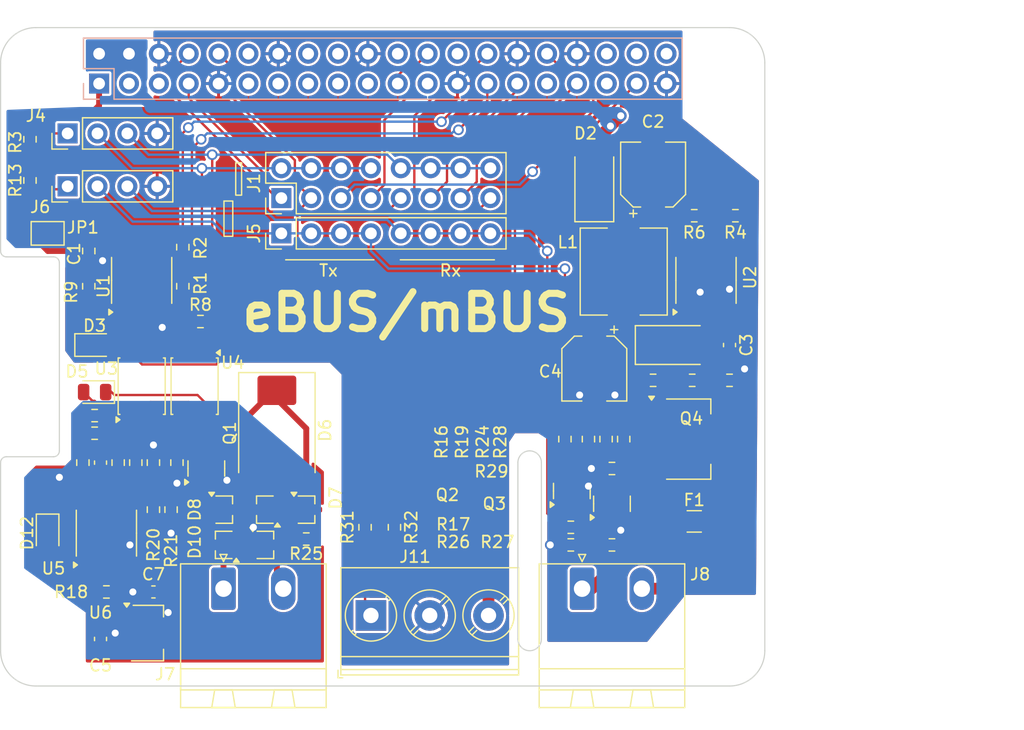
<source format=kicad_pcb>
(kicad_pcb (version 20240108) (generator "pcbnew") (generator_version "8.0")
  (title_block (date "15 nov 2012"))
  (layers (0 "F.Cu" signal) (31 "B.Cu" signal) (34 "B.Paste" user) (35 "F.Paste" user) (36 "B.SilkS" user "B.Silkscreen") (37 "F.SilkS" user "F.Silkscreen") (38 "B.Mask" user) (39 "F.Mask" user) (44 "Edge.Cuts" user))
  (net 0 "")
  (net 1 "GND")
  (net 2 "/GPIO2{slash}SDA1")
  (net 3 "/GPIO3{slash}SCL1")
  (net 4 "/GPIO4{slash}GPCLK0")
  (net 5 "/GPIO14{slash}TXD0")
  (net 6 "/GPIO15{slash}RXD0")
  (net 7 "/GPIO17")
  (net 8 "/GPIO18{slash}PCM.CLK")
  (net 9 "/GPIO27")
  (net 10 "/GPIO22")
  (net 11 "/GPIO23")
  (net 12 "/GPIO24")
  (net 13 "/GPIO10{slash}SPI0.MOSI")
  (net 14 "/GPIO9{slash}SPI0.MISO")
  (net 15 "/GPIO25")
  (net 16 "/GPIO11{slash}SPI0.SCLK")
  (net 17 "/GPIO8{slash}SPI0.CE0")
  (net 18 "/GPIO7{slash}SPI0.CE1")
  (net 19 "/ID_SDA")
  (net 20 "/ID_SCL")
  (net 21 "/GPIO5")
  (net 22 "/GPIO6")
  (net 23 "/GPIO12{slash}PWM0")
  (net 24 "/GPIO13{slash}PWM1")
  (net 25 "/GPIO19{slash}PCM.FS")
  (net 26 "/GPIO16")
  (net 27 "/GPIO26")
  (net 28 "/GPIO20{slash}PCM.DIN")
  (net 29 "/GPIO21{slash}PCM.DOUT")
  (net 30 "+5V")
  (net 31 "+3V3")
  (net 32 "Net-(U2-TC)")
  (net 33 "I_GND")
  (net 34 "Net-(U6-IN)")
  (net 35 "Net-(D6-A)")
  (net 36 "Net-(D3-K)")
  (net 37 "Net-(D3-A)")
  (net 38 "Net-(D4-K)")
  (net 39 "Net-(D5-A)")
  (net 40 "Net-(D7-K)")
  (net 43 "Net-(J1-Pin_2)")
  (net 44 "VCC")
  (net 46 "Net-(J4-Pin_1)")
  (net 47 "Net-(JP1-A)")
  (net 48 "Net-(U2-Ipk)")
  (net 49 "Net-(Q1-B)")
  (net 50 "Net-(Q2-C)")
  (net 51 "Net-(Q2-B)")
  (net 52 "Net-(Q3-C)")
  (net 53 "Net-(Q3-B)")
  (net 54 "Net-(U2-Vfb)")
  (net 55 "Net-(U2-DC)")
  (net 56 "Net-(D12-K)")
  (net 57 "Net-(J8-Pin_1)")
  (net 58 "Net-(J5-Pin_5)")
  (net 59 "Net-(U5A--)")
  (net 60 "Net-(U5A-+)")
  (net 61 "Net-(U5B--)")
  (net 65 "Net-(U3-Pad2)")
  (net 66 "Net-(J5-Pin_1)")
  (net 67 "Net-(D4-A)")
  (net 68 "Net-(D5-K)")
  (net 69 "Net-(D6-K)")
  (net 70 "Net-(J8-Pin_2)")
  (net 71 "Net-(D10-K)")
  (net 74 "Net-(D11-K)")
  (net 75 "Net-(J6-Pin_1)")
  (net 76 "Net-(R10-Pad1)")
  (net 77 "Net-(R8-Pad2)")
  (net 78 "Net-(R11-Pad2)")
  (net 79 "Net-(D2-K)")
  (net 80 "Net-(J11-Pin_1)")
  (footprint "Package_SO:SO-4_4.4x3.6mm_P2.54mm" (layer "F.Cu") (at 116.5 74.5 -90)
    (property "Reference" "U4")
    (property "Value" "LTV-357T")
  )
  (footprint "Resistor_SMD:R_0603_1608Metric" (layer "F.Cu") (at 107.5 66 -90)
    (property "Reference" "R9")
    (property "Value" "1k")
  )
  (footprint "Resistor_SMD:R_0603_1608Metric" (layer "F.Cu") (at 152 81.5 180)
    (property "Reference" "R29")
    (property "Value" "82")
  )
  (footprint "Resistor_SMD:R_0603_1608Metric" (layer "F.Cu") (at 110 81 -90)
    (property "Reference" "R15" (hide yes))
    (property "Value" "10k")
  )
  (footprint "Connector_PinHeader_2.54mm:PinHeader_1x08_P2.54mm_Vertical" (layer "F.Cu") (at 123.88 61.5 90)
    (property "Reference" "J5")
    (property "Value" "Conn_01x08")
  )
  (footprint "MountingHole:MountingHole_2.7mm_M2.5" (layer "F.Cu") (at 161.5 47.5)
    (property "Reference" "MH2" (hide yes))
    (property "Value" "MountingHole_2.7mm_M2.5" (hide yes))
  )
  (footprint "Package_SO:SOIC-8_3.9x4.9mm_P1.27mm" (layer "F.Cu") (at 160 65.5 90)
    (property "Reference" "U2")
    (property "Value" "MC34063AD")
  )
  (footprint "Connector_PinHeader_2.54mm:PinHeader_1x04_P2.54mm_Vertical" (layer "F.Cu") (at 105.7 53 90)
    (property "Reference" "J4")
    (property "Value" "Conn_01x04")
  )
  (footprint "Package_TO_SOT_SMD:SOT-23" (layer "F.Cu") (at 148.5875 83.4125 90)
    (property "Reference" "Q2")
    (property "Value" "BC817")
  )
  (footprint "Resistor_SMD:R_0603_1608Metric" (layer "F.Cu") (at 155.5 74 180)
    (property "Reference" "R10" (hide yes))
    (property "Value" "22k")
  )
  (footprint "Resistor_SMD:R_0603_1608Metric" (layer "F.Cu") (at 107 81 90)
    (property "Reference" "R30" (hide yes))
    (property "Value" "1k")
  )
  (footprint "LED_SMD:LED_0805_2012Metric" (layer "F.Cu") (at 108 71)
    (property "Reference" "D3")
    (property "Value" "LED")
  )
  (footprint "Resistor_SMD:R_0603_1608Metric" (layer "F.Cu") (at 115 81 -90)
    (property "Reference" "R14" (hide yes))
    (property "Value" "220R")
  )
  (footprint "Resistor_SMD:R_0603_1608Metric" (layer "F.Cu") (at 148.5 88 180)
    (property "Reference" "R26")
    (property "Value" "3k3")
  )
  (footprint "Package_TO_SOT_SMD:SOT-223-3_TabPin2" (layer "F.Cu") (at 158.5 79)
    (property "Reference" "Q4")
    (property "Value" "BCP51")
  )
  (footprint "Resistor_SMD:R_0603_1608Metric" (layer "F.Cu") (at 153 79 90)
    (property "Reference" "R28")
    (property "Value" "220k")
  )
  (footprint "Diode_SMD:D_SMA" (layer "F.Cu") (at 157.5 71)
    (property "Reference" "D4" (hide yes))
    (property "Value" "D_Schottky")
  )
  (footprint "Connector_PinHeader_2.54mm:PinHeader_2x08_P2.54mm_Vertical" (layer "F.Cu") (at 123.88 58.5 90)
    (property "Reference" "J1")
    (property "Value" "Conn_02x08_Odd_Even")
  )
  (footprint "Resistor_SMD:R_0603_1608Metric" (layer "F.Cu") (at 158.825 74 180)
    (property "Reference" "R7" (hide yes))
    (property "Value" "100k")
  )
  (footprint "Package_SO:SOIC-8_3.9x4.9mm_P1.27mm" (layer "F.Cu") (at 112 65.5 90)
    (property "Reference" "U1")
    (property "Value" "CAT24C256")
  )
  (footprint "Package_TO_SOT_SMD:SOT-23" (layer "F.Cu") (at 117.5 81.5 90)
    (property "Reference" "Q1")
    (property "Value" "BC817")
  )
  (footprint "Capacitor_SMD:CP_Elec_5x5.7" (layer "F.Cu") (at 150.5 73 -90)
    (property "Reference" "C4")
    (property "Value" "47U/50V")
  )
  (footprint "Package_TO_SOT_SMD:SOT-323_SC-70" (layer "F.Cu") (at 122.5 88)
    (property "Reference" "D11" (hide yes))
    (property "Value" "BAS16W")
  )
  (footprint "Resistor_SMD:R_0603_1608Metric" (layer "F.Cu") (at 148.5 86.5)
    (property "Reference" "R17")
    (property "Value" "1k")
  )
  (footprint "Capacitor_SMD:C_0603_1608Metric" (layer "F.Cu") (at 108.5 96 90)
    (property "Reference" "C5")
    (property "Value" "1U/35V")
  )
  (footprint "Package_TO_SOT_SMD:SOT-323_SC-70" (layer "F.Cu") (at 122.5 85 180)
    (property "Reference" "D9" (hide yes))
    (property "Value" "BAS16W")
  )
  (footprint "Fuse:Fuse_1206_3216Metric" (layer "F.Cu") (at 159 86)
    (property "Reference" "F1")
    (property "Value" "Fuse")
  )
  (footprint "Resistor_SMD:R_0603_1608Metric" (layer "F.Cu") (at 131 86.5 -90)
    (property "Reference" "R31")
    (property "Value" "DNP")
  )
  (footprint "LED_SMD:LED_0805_2012Metric" (layer "F.Cu") (at 104 87.0625 -90)
    (property "Reference" "D12")
    (property "Value" "LED")
  )
  (footprint "Resistor_SMD:R_0603_1608Metric" (layer "F.Cu") (at 111.5 81 -90)
    (property "Reference" "R22" (hide yes))
    (property "Value" "100k")
  )
  (footprint "Package_TO_SOT_SMD:SOT-89-3" (layer "F.Cu") (at 112.5 95.5)
    (property "Reference" "U6")
    (property "Value" "L78L05_SOT89")
  )
  (footprint "Connector_Phoenix_MSTB:PhoenixContact_MSTBA_2,5_2-G-5,08_1x02_P5.08mm_Horizontal" (layer "F.Cu") (at 149.46 91.7225)
    (property "Reference" "J8")
    (property "Value" "Conn_01x02")
  )
  (footprint "Resistor_SMD:R_0603_1608Metric" (layer "F.Cu") (at 159 60 180)
    (property "Reference" "R6")
    (property "Value" "180R")
  )
  (footprint "Jumper:SolderJumper-2_P1.3mm_Open_TrianglePad1.0x1.5mm" (layer "F.Cu") (at 104 61.5 180)
    (property "Reference" "JP1")
    (property "Value" "ID_WP")
  )
  (footprint "Connector_Phoenix_MSTB:PhoenixContact_MSTBA_2,5_2-G-5,08_1x02_P5.08mm_Horizontal" (layer "F.Cu") (at 118.96 91.7225)
    (property "Reference" "J7")
    (property "Value" "Conn_01x02")
  )
  (footprint "Resistor_SMD:R_0603_1608Metric" (layer "F.Cu") (at 113 81 90)
    (property "Reference" "R23" (hide yes))
    (property "Value" "22k")
  )
  (footprint "Resistor_SMD:R_0603_1608Metric" (layer "F.Cu") (at 150 79 -90)
    (property "Reference" "R24")
    (property "Value" "22k")
  )
  (footprint "Resistor_SMD:R_0603_1608Metric" (layer "F.Cu") (at 151.5 79 90)
    (property "Reference" "R19")
    (property "Value" "39k")
  )
  (footprint "MountingHole:MountingHole_2.7mm_M2.5" (layer "F.Cu") (at 103.5 96.5)
    (property "Reference" "MH3" (hide yes))
    (property "Value" "MountingHole_2.7mm_M2.5" (hide yes))
  )
  (footprint "Resistor_SMD:R_0603_1608Metric" (layer "F.Cu") (at 133.5 86.5 -90)
    (property "Reference" "R32")
    (property "Value" "0R")
  )
  (footprint "Diode_SMD:D_SMC" (layer "F.Cu") (at 123.5 78.25 -90)
    (property "Reference" "D6")
    (property "Value" "9V1")
  )
  (footprint "Resistor_SMD:R_0603_1608Metric" (layer "F.Cu") (at 102.5 53.5 -90)
    (property "Reference" "R3")
    (property "Value" "DNP")
  )
  (footprint "MountingHole:MountingHole_2.7mm_M2.5" (layer "F.Cu") (at 103.5 47.5)
    (property "Reference" "MH1" (hide yes))
    (property "Value" "MountingHole_2.7mm_M2.5" (hide yes))
  )
  (footprint "Resistor_SMD:R_0603_1608Metric" (layer "F.Cu") (at 102.5 57 -90)
    (property "Reference" "R13")
    (property "Value" "DNP")
  )
  (footprint "Resistor_SMD:R_0603_1608Metric" (layer "F.Cu") (at 115.5 66 90)
    (property "Reference" "R1")
    (property "Value" "3.9k")
  )
  (footprint "LED_SMD:LED_0805_2012Metric" (layer "F.Cu") (at 108 75 180)
    (property "Reference" "D5")
    (property "Value" "LED")
  )
  (footprint "Package_SO:SO-4_4.4x3.6mm_P2.54mm" (layer "F.Cu") (at 112 74.5 90)
    (property "Reference" "U3")
    (property "Value" "LTV-357T")
  )
  (footprint "Package_SO:SOIC-8_3.9x4.9mm_P1.27mm" (layer "F.Cu") (at 109 87 90)
    (property "Reference" "U5")
    (property "Value" "LM2903")
  )
  (footprint "Package_TO_SOT_SMD:SOT-323_SC-70" (layer "F.Cu") (at 119 85)
    (property "Reference" "D8")
    (property "Value" "BAS16W")
  )
  (footprint "Resistor_SMD:R_0603_1608Metric" (layer "F.Cu") (at 108 78.5)
    (property "Reference" "R11" (hide yes))
    (property "Value" "2k2")
  )
  (footprint "Package_TO_SOT_SMD:SOT-323_SC-70" (layer "F.Cu") (at 119 88 180)
    (property "Reference" "D10")
    (property "Value" "BAS16W")
  )
  (footprint "Resistor_SMD:R_0603_1608Metric" (layer "F.Cu") (at 113 85 90)
    (property "Reference" "R20")
    (property "Value" "18k")
  )
  (footprint "Capacitor_SMD:CP_Elec_5x3.9" (layer "F.Cu") (at 155.5 56.5 90)
    (property "Reference" "C2")
    (property "Value" "22U/25V")
  )
  (footprint "Resistor_SMD:R_0603_1608Metric" (layer "F.Cu") (at 162 74)
    (property "Reference" "R5" (hide yes))
    (property "Value" "4k7")
  )
  (footprint "Resistor_SMD:R_0603_1608Metric" (layer "F.Cu") (at 107.5 63 -90)
    (property "Reference" "C1")
    (property "Value" "100n")
  )
  (footprint "Package_TO_SOT_SMD:SOT-323_SC-70" (layer "F.Cu") (at 126 85)
    (property "Reference" "D7")
    (property "Value" "BAS16W")
  )
  (footprint "Package_TO_SOT_SMD:SOT-23" (layer "F.Cu") (at 152 84.5 90)
    (property "Reference" "Q3")
    (property "Value" "BC817")
  )
  (footprint "Resistor_SMD:R_0603_1608Metric" (layer "F.Cu") (at 117 69)
    (property "Reference" "R8")
    (property "Value" "470R")
  )
  (footprint "MountingHole:MountingHole_2.7mm_M2.5" (layer "F.Cu") (at 161.5 96.5)
    (property "Reference" "MH4" (hide yes))
    (property "Value" "MountingHole_2.7mm_M2.5" (hide yes))
  )
  (footprint "TerminalBlock_Phoenix:TerminalBlock_Phoenix_PT-1,5-3-5.0-H_1x03_P5.00mm_Horizontal" (layer "F.Cu") (at 131.5 94)
    (property "Reference" "J11")
    (property "Value" "Screw_Terminal_01x03")
  )
  (footprint "Capacitor_SMD:C_0603_1608Metric" (layer "F.Cu") (at 162 71 -90)
    (property "Reference" "C3")
    (property "Value" "1N")
  )
  (footprint "Inductor_SMD:L_7.3x7.3_H4.5" (layer "F.Cu") (at 153 64.75 -90)
    (property "Reference" "L1")
    (property "Value" "150U")
  )
  (footprint "Resistor_SMD:R_0603_1608Metric" (layer "F.Cu") (at 162.5 60 180)
    (property "Reference" "R4")
    (property "Value" "0.47")
  )
  (footprint "Resistor_SMD:R_0603_1608Metric" (layer "F.Cu") (at 152 88 180)
    (property "Reference" "R27")
    (property "Value" "33k")
  )
  (footprint "Capacitor_SMD:C_0603_1608Metric" (layer "F.Cu") (at 113 92 180)
    (property "Reference" "C7")
    (property "Value" "1U/16V")
  )
  (footprint "Resistor_SMD:R_0603_1608Metric" (layer "F.Cu") (at 148 79 -90)
    (property "Reference" "R16")
    (property "Value" "1k")
  )
  (footprint "Resistor_SMD:R_0603_1608Metric" (layer "F.Cu") (at 115.5 62.675 90)
    (property "Reference" "R2")
    (property "Value" "3.9k")
  )
  (footprint "Capacitor_SMD:C_0603_1608Metric" (layer "F.Cu") (at 108.5 81 90)
    (property "Reference" "C6" (hide yes))
    (property "Value" "100N")
  )
  (footprint "Resistor_SMD:R_0603_1608Metric" (layer "F.Cu") (at 114.5 85 -90)
    (property "Reference" "R21")
    (property "Value" "15k")
  )
  (footprint "Resistor_SMD:R_0603_1608Metric" (layer "F.Cu") (at 108 77)
    (property "Reference" "R12" (hide yes))
    (property "Value" "470R")
  )
  (footprint "Resistor_SMD:R_0603_1608Metric" (layer "F.Cu") (at 109 92)
    (property "Reference" "R18")
    (property "Value" "220k")
  )
  (footprint "Resistor_SMD:R_0603_1608Metric" (layer "F.Cu") (at 126 87.5)
    (property "Reference" "R25")
    (property "Value" "120R")
  )
  (footprint "Connector_PinHeader_2.54mm:PinHeader_1x04_P2.54mm_Vertical" (layer "F.Cu") (at 105.7 57.5 90)
    (property "Reference" "J6")
    (property "Value" "Conn_01x04")
  )
  (footprint "Diode_SMD:D_SMA" (layer "F.Cu") (at 150.5 57 90)
    (property "Reference" "D2")
    (property "Value" "D_Schottky")
  )
  (footprint "Connector_PinSocket_2.54mm:PinSocket_2x20_P2.54mm_Vertical" (layer "B.Cu") (at 108.38 48.76 -90)
    (property "Reference" "J2" (hide yes))
    (property "Value" "GPIO")
  )
  (gr_line (start 131.75 63.75) (end 124.25 63.75) (stroke (width 0.12)) (layer "F.SilkS"))
  (gr_rect (start 119 58.75) (end 119.75 61.75) (stroke (width 0.12)) (fill none) (layer "F.SilkS"))
  (gr_rect (start 120 55.5) (end 120.5 58.25) (stroke (width 0.12)) (fill none) (layer "F.SilkS"))
  (gr_line (start 134 63.75) (end 142 63.75) (stroke (width 0.12)) (layer "F.SilkS"))
  (gr_arc (start 100.5 63.5) (mid 100.146447 63.353553) (end 100 63) (stroke (width 0.1)) (layer "Edge.Cuts"))
  (gr_arc (start 162 44) (mid 164.12132 44.87868) (end 165 47) (stroke (width 0.1)) (layer "Edge.Cuts"))
  (gr_line (start 165 97) (end 165 47) (stroke (width 0.1)) (layer "Edge.Cuts"))
  (gr_line (start 100 47) (end 100 63) (stroke (width 0.1)) (layer "Edge.Cuts"))
  (gr_line (start 146 81) (end 146 96) (stroke (width 0.1)) (layer "Edge.Cuts"))
  (gr_line (start 144 96) (end 144 81) (stroke (width 0.1)) (layer "Edge.Cuts"))
  (gr_arc (start 103 100) (mid 100.87868 99.12132) (end 100 97) (stroke (width 0.1)) (layer "Edge.Cuts"))
  (gr_line (start 103 100) (end 162 100) (stroke (width 0.1)) (layer "Edge.Cuts"))
  (gr_line (start 104.5 80.5) (end 100.5 80.5) (stroke (width 0.1)) (layer "Edge.Cuts"))
  (gr_arc (start 144 81) (mid 145 80) (end 146 81) (stroke (width 0.1)) (layer "Edge.Cuts"))
  (gr_arc (start 100 81) (mid 100.146138 80.646755) (end 100.499127 80.500001) (stroke (width 0.1)) (layer "Edge.Cuts"))
  (gr_arc (start 165 97) (mid 164.12132 99.12132) (end 162 100) (stroke (width 0.1)) (layer "Edge.Cuts"))
  (gr_line (start 105 64) (end 105 80) (stroke (width 0.1)) (layer "Edge.Cuts"))
  (gr_arc (start 100 47) (mid 100.87868 44.87868) (end 103 44) (stroke (width 0.1)) (layer "Edge.Cuts"))
  (gr_arc (start 146 96) (mid 145 97) (end 144 96) (stroke (width 0.1)) (layer "Edge.Cuts"))
  (gr_line (start 100 81) (end 100 97) (stroke (width 0.1)) (layer "Edge.Cuts"))
  (gr_line (start 100.5 63.5) (end 104.5 63.5) (stroke (width 0.1)) (layer "Edge.Cuts"))
  (gr_arc (start 105 80) (mid 104.853553 80.353553) (end 104.5 80.5) (stroke (width 0.1)) (layer "Edge.Cuts"))
  (gr_arc (start 104.5 63.5) (mid 104.853553 63.646447) (end 105 64) (stroke (width 0.1)) (layer "Edge.Cuts"))
  (gr_line (start 162 44) (end 103 44) (stroke (width 0.1)) (layer "Edge.Cuts"))
  (gr_text "Tx" (at 127 65.25 0) (layer "F.SilkS") (effects (font (size 1 1)) (justify left bottom)))
  (gr_text "Rx" (at 137.25 65.25 0) (layer "F.SilkS") (effects (font (size 1 1)) (justify left bottom)))
  (gr_text "eBUS/mBUS" (at 120.25 70 0) (layer "F.SilkS") (effects (font (size 3 3) (thickness 0.6) (bold yes)) (justify left bottom)))
  (segment (start 161.725 71.775) (end 161 72.5) (width 0.2) (layer "F.Cu") (net 1))
  (segment (start 150.5 75.2) (end 149.3 75.2) (width 0.2) (layer "F.Cu") (net 1))
  (segment (start 113.905 67.975) (end 113.905 69.345) (width 0.2) (layer "F.Cu") (net 1))
  (segment (start 159.365 67.975) (end 159.365 66.635) (width 0.2) (layer "F.Cu") (net 1))
  (segment (start 153 86.5) (end 152.75 86.75) (width 0.2) (layer "F.Cu") (net 1))
  (segment (start 151.175 81.5) (end 150.25 81.5) (width 0.2) (layer "F.Cu") (net 1))
  (segment (start 161.905 67.975) (end 161.905 66.345) (width 0.2) (layer "F.Cu") (net 1))
  (segment (start 162 71.775) (end 161.725 71.775) (width 0.2) (layer "F.Cu") (net 1))
  (segment (start 150.5 75.2) (end 152.2 75.2) (width 0.2) (layer "F.Cu") (net 1))
  (segment (start 152.2 75.2) (end 152.25 75.25) (width 0.2) (layer "F.Cu") (net 1))
  (segment (start 161.905 66.345) (end 162 66.25) (width 0.2) (layer "F.Cu") (net 1))
  (segment (start 113.905 69.345) (end 113.75 69.5) (width 0.2) (layer "F.Cu") (net 1))
  (segment (start 108.75 63.75) (end 108.675 63.825) (width 0.2) (layer "F.Cu") (net 1))
  (segment (start 147.675 88) (end 147 88) (width 0.2) (layer "F.Cu") (net 1))
  (segment (start 159.365 66.635) (end 159.5 66.5) (width 0.2) (layer "F.Cu") (net 1))
  (segment (start 149.5375 84.35) (end 149.5375 83.4625) (width 0.2) (layer "F.Cu") (net 1))
  (segment (start 149.5375 83.4625) (end 150 83) (width 0.2) (layer "F.Cu") (net 1))
  (segment (start 162.825 73.425) (end 163.25 73) (width 0.2) (layer "F.Cu") (net 1))
  (segment (start 162.825 74) (end 162.825 73.425) (width 0.2) (layer "F.Cu") (net 1))
  (segment (start 149.3 75.2) (end 149.25 75.25) (width 0.2) (layer "F.Cu") (net 1))
  (segment (start 163.25 73) (end 163.280331 73.030331) (width 0.2) (layer "F.Cu") (net 1))
  (segment (start 152.95 86.45) (end 153 86.5) (width 0.2) (layer "F.Cu") (net 1))
  (segment (start 152.95 85.4375) (end 152.95 86.45) (width 0.2) (layer "F.Cu") (net 1))
  (segment (start 107.5 63.825) (end 108.675 63.825) (width 0.2) (layer "F.Cu") (net 1))
  (segment (start 147 88) (end 146.75 88) (width 0.2) (layer "F.Cu") (net 1))
  (via (at 163.280331 73.030331) (size 0.9) (drill 0.6) (layers "F.Cu" "B.Cu") (net 1))
  (via (at 152.75 86.75) (size 0.9) (drill 0.6) (layers "F.Cu" "B.Cu") (net 1))
  (via (at 150 83) (size 0.9) (drill 0.6) (layers "F.Cu" "B.Cu") (net 1))
  (via (at 149.25 75.25) (size 0.9) (drill 0.6) (layers "F.Cu" "B.Cu") (net 1))
  (via (at 152.25 75.25) (size 0.9) (drill 0.6) (layers "F.Cu" "B.Cu") (net 1))
  (via (at 162 66.25) (size 0.9) (drill 0.6) (layers "F.Cu" "B.Cu") (net 1))
  (via (at 146.75 88) (size 0.9) (drill 0.6) (layers "F.Cu" "B.Cu") (net 1))
  (via (at 150.25 81.5) (size 0.9) (drill 0.6) (layers "F.Cu" "B.Cu") (net 1))
  (via (at 159.5 66.5) (size 0.9) (drill 0.6) (layers "F.Cu" "B.Cu") (net 1))
  (via (at 113.75 69.5) (size 0.9) (drill 0.6) (layers "F.Cu" "B.Cu") (net 1))
  (via (at 108.675 63.825) (size 0.9) (drill 0.6) (layers "F.Cu" "B.Cu") (net 1))
  (segment (start 114.85 47.61) (end 113.46 46.22) (width 0.2) (layer "B.Cu") (net 1))
  (segment (start 123.62 46.22) (end 124.77 47.37) (width 0.2) (layer "B.Cu") (net 1))
  (segment (start 140.25 47.37) (end 142.79 47.37) (width 0.2) (layer "B.Cu") (net 1))
  (segment (start 117.39 47.61) (end 114.85 47.61) (width 0.2) (layer "B.Cu") (net 1))
  (segment (start 118.54 48.76) (end 117.39 47.61) (width 0.2) (layer "B.Cu") (net 1))
  (segment (start 122.47 47.37) (end 123.62 46.22) (width 0.2) (layer "B.Cu") (net 1))
  (segment (start 130.09 47.37) (end 131.24 46.22) (width 0.2) (layer "B.Cu") (net 1))
  (segment (start 118.54 48.76) (end 119.93 47.37) (width 0.2) (layer "B.Cu") (net 1))
  (segment (start 119.93 47.37) (end 122.47 47.37) (width 0.2) (layer "B.Cu") (net 1))
  (segment (start 138.86 48.76) (end 140.25 47.37) (width 0.2) (layer "B.Cu") (net 1))
  (segment (start 124.77 47.37) (end 130.09 47.37) (width 0.2) (layer "B.Cu") (net 1))
  (segment (start 142.79 47.37) (end 143.94 46.22) (width 0.2) (layer "B.Cu") (net 1))
  (segment (start 125.25 63.75) (end 125.25 59.67) (width 0.2) (layer "F.Cu") (net 4))
  (segment (start 131 69.5) (end 125.25 63.75) (width 0.2) (layer "F.Cu") (net 4))
  (segment (start 123.25 57.25) (end 116 50) (width 0.2) (layer "F.Cu") (net 4))
  (segment (start 125.17 57.25) (end 123.25 57.25) (width 0.2) (layer "F.Cu") (net 4))
  (segment (start 131 85.675) (end 131 69.5) (width 0.2) (layer "F.Cu") (net 4))
  (segment (start 126.42 58.5) (end 125.17 57.25) (width 0.2) (layer "F.Cu") (net 4))
  (segment (start 116 50) (end 116 48.76) (width 0.2) (layer "F.Cu") (net 4))
  (segment (start 125.25 59.67) (end 126.42 58.5) (width 0.2) (layer "F.Cu") (net 4))
  (segment (start 114.75 47.47) (end 114.75 49.75) (width 0.2) (layer "F.Cu") (net 5))
  (segment (start 123.5 58.5) (end 123.88 58.5) (width 0.2) (layer "F.Cu") (net 5))
  (segment (start 114.75 49.75) (end 123.5 58.5) (width 0.2) (layer "F.Cu") (net 5))
  (segment (start 116 46.22) (end 114.75 47.47) (width 0.2) (layer "F.Cu") (net 5))
  (segment (start 127.14 57.25) (end 125.791827 57.25) (width 0.2) (layer "F.Cu") (net 6))
  (segment (start 125.03 55.28) (end 119.75 50) (width 0.2) (layer "F.Cu") (net 6))
  (segment (start 125.03 56.488173) (end 125.03 55.28) (width 0.2) (layer "F.Cu") (net 6))
  (segment (start 132.89 59.65) (end 128.483654 59.65) (width 0.2) (layer "F.Cu") (net 6))
  (segment (start 134.04 58.5) (end 132.89 59.65) (width 0.2) (layer "F.Cu") (net 6))
  (segment (start 119.75 47.43) (end 118.54 46.22) (width 0.2) (layer "F.Cu") (net 6))
  (segment (start 125.791827 57.25) (end 125.03 56.488173) (width 0.2) (layer "F.Cu") (net 6))
  (segment (start 127.75 57.86) (end 127.14 57.25) (width 0.2) (layer "F.Cu") (net 6))
  (segment (start 119.75 50) (end 119.75 47.43) (width 0.2) (layer "F.Cu") (net 6))
  (segment (start 127.75 58.916346) (end 127.75 57.86) (width 0.2) (layer "F.Cu") (net 6))
  (segment (start 128.483654 59.65) (end 127.75 58.916346) (width 0.2) (layer "F.Cu") (net 6))
  (segment (start 140.51 59.65) (end 136.103654 59.65) (width 0.2) (layer "F.Cu") (net 14))
  (segment (start 136.796346 45.07) (end 135.843654 45.07) (width 0.2) (layer "F.Cu") (net 14))
  (segment (start 135.19 51.516346) (end 137.47 49.236346) (width 0.2) (layer "F.Cu") (net 14))
  (segment (start 136.103654 59.65) (end 135.19 58.736346) (width 0.2) (layer "F.Cu") (net 14))
  (segment (start 135.17 46.696346) (end 133.78 48.086346) (width 0.2) (layer "F.Cu") (net 14))
  (segment (start 137.47 45.743654) (end 136.796346 45.07) (width 0.2) (layer "F.Cu") (net 14))
  (segment (start 135.17 45.743654) (end 135.17 46.696346) (width 0.2) (layer "F.Cu") (net 14))
  (segment (start 137.47 49.236346) (end 137.47 45.743654) (width 0.2) (layer "F.Cu") (net 14))
  (segment (start 133.78 48.086346) (end 133.78 48.76) (width 0.2) (layer "F.Cu") (net 14))
  (segment (start 135.843654 45.07) (end 135.17 45.743654) (width 0.2) (layer "F.Cu") (net 14))
  (segment (start 135.19 58.736346) (end 135.19 51.516346) (width 0.2) (layer "F.Cu") (net 14))
  (segment (start 141.66 58.5) (end 140.51 59.65) (width 0.2) (layer "F.Cu") (net 14))
  (segment (start 135.17 47.37) (end 136.32 46.22) (width 0.2) (layer "F.Cu") (net 17))
  (segment (start 135.17 49.33) (end 135.17 47.37) (width 0.2) (layer "F.Cu") (net 17))
  (segment (start 132.65 51.85) (end 135.17 49.33) (width 0.2) (layer "F.Cu") (net 17))
  (segment (start 132.65 57.35) (end 132.65 51.85) (width 0.2) (layer "F.Cu") (net 17))
  (segment (start 131.5 58.5) (end 132.65 57.35) (width 0.2) (layer "F.Cu") (net 17))
  (segment (start 138.944669 52.694669) (end 141.4 50.239338) (width 0.2) (layer "F.Cu") (net 19))
  (segment (start 141.4 50.239338) (end 141.4 48.76) (width 0.2) (layer "F.Cu") (net 19))
  (segment (start 115.812647 62.725001) (end 114.204999 62.725001) (width 0.2) (layer "F.Cu") (net 19))
  (segment (start 115.5 65) (end 115.5 65.175) (width 0.2) (layer "F.Cu") (net 19))
  (segment (start 117.059491 53.5) (end 116.275 54.284491) (width 0.2) (layer "F.Cu") (net 19))
  (segment (start 114.204999 62.725001) (end 113.905 63.025) (width 0.2) (layer "F.Cu") (net 19))
  (segment (start 116.275 54.284491) (end 116.275 62.262648) (width 0.2) (layer "F.Cu") (net 19))
  (segment (start 116.275 62.262648) (end 115.812647 62.725001) (width 0.2) (layer "F.Cu") (net 19))
  (segment (start 113.905 63.405) (end 115.5 65) (width 0.2) (layer "F.Cu") (net 19))
  (via (at 138.944669 52.694669) (size 0.9) (drill 0.6) (layers "F.Cu" "B.Cu") (net 19))
  (via (at 117.059491 53.5) (size 0.9) (drill 0.6) (layers "F.Cu" "B.Cu") (net 19))
  (segment (start 138.889338 52.75) (end 138.944669 52.694669) (width 0.2) (layer "B.Cu") (net 19))
  (segment (start 117.559491 53) (end 138.362081 53) (width 0.2) (layer "B.Cu") (net 19))
  (segment (start 138.362081 53) (end 138.612081 52.75) (width 0.2) (layer "B.Cu") (net 19))
  (segment (start 138.612081 52.75) (end 138.889338 52.75) (width 0.2) (layer "B.Cu") (net 19))
  (segment (start 117.059491 53.5) (end 117.559491 53) (width 0.2) (layer "B.Cu") (net 19))
  (segment (start 115.969669 52.5) (end 115.5 52.969669) (width 0.2) (layer "F.Cu") (net 20))
  (segment (start 140.01 47.61) (end 141.4 46.22) (width 0.2) (layer "F.Cu") (net 20))
  (segment (start 112.635 63.025) (end 112.635 61.865) (width 0.2) (layer "F.Cu") (net 20))
  (segment (start 115.5 52.969669) (end 115.5 61.85) (width 0.2) (layer "F.Cu") (net 20))
  (segment (start 137.5 52) (end 140.01 49.49) (width 0.2) (layer "F.Cu") (net 20))
  (segment (start 115.15 61.5) (end 115.5 61.85) (width 0.2) (layer "F.Cu") (net 20))
  (segment (start 112.635 61.865) (end 113 61.5) (width 0.2) (layer "F.Cu") (net 20))
  (segment (start 140.01 49.49) (end 140.01 47.61) (width 0.2) (layer "F.Cu") (net 20))
  (segment (start 113 61.5) (end 115.15 61.5) (width 0.2) (layer "F.Cu") (net 20))
  (via (at 137.5 52) (size 0.9) (drill 0.6) (layers "F.Cu" "B.Cu") (net 20))
  (via (at 115.969669 52.5) (size 0.9) (drill 0.6) (layers "F.Cu" "B.Cu") (net 20))
  (segment (start 137.5 52) (end 116.469669 52) (width 0.2) (layer "B.Cu") (net 20))
  (segment (start 116.469669 52) (end 115.969669 52.5) (width 0.2) (layer "B.Cu") (net 20))
  (segment (start 137.97 57.11) (end 137.97 55.28) (width 0.2) (layer "F.Cu") (net 21))
  (segment (start 136.58 58.5) (end 137.97 57.11) (width 0.2) (layer "F.Cu") (net 21))
  (segment (start 137.97 55.28) (end 143.94 49.31) (width 0.2) (layer "F.Cu") (net 21))
  (segment (start 143.94 49.31) (end 143.94 48.76) (width 0.2) (layer "F.Cu") (net 21))
  (segment (start 150.41 48.41) (end 149.37 47.37) (width 0.2) (layer "F.Cu") (net 23))
  (segment (start 147.63 47.37) (end 146.48 46.22) (width 0.2) (layer "F.Cu") (net 23))
  (segment (start 149.37 47.37) (end 147.63 47.37) (width 0.2) (layer "F.Cu") (net 23))
  (segment (start 145.25 56.25) (end 150.41 51.09) (width 0.2) (layer "F.Cu") (net 23))
  (segment (start 150.41 51.09) (end 150.41 48.41) (width 0.2) (layer "F.Cu") (net 23))
  (via (at 145.25 56.25) (size 0.9) (drill 0.6) (layers "F.Cu" "B.Cu") (net 23))
  (segment (start 144.15 57.35) (end 145.25 56.25) (width 0.2) (layer "B.Cu") (net 23))
  (segment (start 130.11 57.35) (end 144.15 57.35) (width 0.2) (layer "B.Cu") (net 23))
  (segment (start 128.96 58.5) (end 130.11 57.35) (width 0.2) (layer "B.Cu") (net 23))
  (segment (start 139.12 58.5) (end 140.5 57.12) (width 0.2) (layer "F.Cu") (net 24))
  (segment (start 147.03 50.75) (end 149.02 48.76) (width 0.2) (layer "F.Cu") (net 24))
  (segment (start 140.5 57.12) (end 140.5 55.25) (width 0.2) (layer "F.Cu") (net 24))
  (segment (start 145 50.75) (end 147.03 50.75) (width 0.2) (layer "F.Cu") (net 24))
  (segment (start 140.5 55.25) (end 145 50.75) (width 0.2) (layer "F.Cu") (net 24))
  (segment (start 143.75 68.5) (end 133.5 78.75) (width 0.2) (layer "F.Cu") (net 27))
  (segment (start 133.5 78.75) (end 133.5 85.675) (width 0.2) (layer "F.Cu") (net 27))
  (segment (start 154.1 48.76) (end 143.75 59.11) (width 0.2) (layer "F.Cu") (net 27))
  (segment (start 143.75 59.11) (end 143.75 68.5) (width 0.2) (layer "F.Cu") (net 27))
  (segment (start 107.095 84.525) (end 107.095 86.405) (width 0.5) (layer "F.Cu") (net 30))
  (segment (start 108.5 81.775) (end 108.5 81.675) (width 0.2) (layer "F.Cu") (net 30))
  (segment (start 113 90) (end 113 85.825) (width 0.5) (layer "F.Cu") (net 30))
  (segment (start 113.775 92) (end 113.775 90.775) (width 0.5) (layer "F.Cu") (net 30))
  (segment (start 113.775 92.725) (end 112.5 94) (width 0.5) (layer "F.Cu") (net 30))
  (segment (start 107.095 84.525) (end 107.095 83.18) (width 0.2) (layer "F.Cu") (net 30))
  (segment (start 105.5 88) (end 104 88) (width 0.5) (layer "F.Cu") (net 30))
  (segment (start 105.5 90.875) (end 105.5 88) (width 0.5) (layer "F.Cu") (net 30))
  (segment (start 107.175 78.5) (end 107.175 77) (width 0.2) (layer "F.Cu") (net 30))
  (segment (start 107.095 83.18) (end 108.5 81.775) (width 0.2) (layer "F.Cu") (net 30))
  (segment (start 113.775 92) (end 113.775 92.725) (width 0.5) (layer "F.Cu") (net 30))
  (segment (start 112.5 94) (end 108.625 94) (width 0.5) (layer "F.Cu") (net 30))
  (segment (start 108.5 81.675) (end 110 80.175) (width 0.2) (layer "F.Cu") (net 30))
  (segment (start 110 80.175) (end 109.3 79.475) (width 0.2) (layer "F.Cu") (net 30))
  (segment (start 109.3 79.475) (end 108.15 79.475) (width 0.2) (layer "F.Cu") (net 30))
  (segment (start 107.095 86.405) (end 105.5 88) (width 0.5) (layer "F.Cu") (net 30))
  (segment (start 113.775 90.775) (end 113 90) (width 0.5) (layer "F.Cu") (net 30))
  (segment (start 108.625 94) (end 105.5 90.875) (width 0.5) (layer "F.Cu") (net 30))
  (segment (start 108.15 79.475) (end 107.175 78.5) (width 0.2) (layer "F.Cu") (net 30))
  (segment (start 103.275 61.5) (end 101 59.225) (width 0.5) (layer "F.Cu") (net 31))
  (segment (start 116.175 67.5) (end 115.5 66.825) (width 0.2) (layer "F.Cu") (net 31))
  (segment (start 103.275 62.255) (end 103.275 61.5) (width 0.5) (layer "F.Cu") (net 31))
  (segment (start 106.825 62.175) (end 106 63) (width 0.5) (layer "F.Cu") (net 31))
  (segment (start 109.245 62.175) (end 110.095 63.025) (width 0.5) (layer "F.Cu") (net 31))
  (segment (start 113.85 65.175) (end 115.5 66.825) (width 0.5) (layer "F.Cu") (net 31))
  (segment (start 102.175 53) (end 102.5 52.675) (width 0.5) (layer "F.Cu") (net 31))
  (segment (start 102.325 56.175) (end 102.5 56.175) (width 0.5) (layer "F.Cu") (net 31))
  (segment (start 101 57.5) (end 102.325 56.175) (width 0.5) (layer "F.Cu") (net 31))
  (segment (start 106 64) (end 106 63) (width 0.5) (layer "F.Cu") (net 31))
  (segment (start 107.175 65.175) (end 106 64) (width 0.5) (layer "F.Cu") (net 31))
  (segment (start 101 59.225) (end 101 57.5) (width 0.5) (layer "F.Cu") (net 31))
  (segment (start 107.5 51.5) (end 103.675 51.5) (width 0.5) (layer "F.Cu") (net 31))
  (segment (start 102 53) (end 102.175 53) (width 0.5) (layer "F.Cu") (net 31))
  (segment (start 103.675 51.5) (end 102.5 52.675) (width 0.5) (layer "F.Cu") (net 31))
  (segment (start 107.5 62.175) (end 106.825 62.175) (width 0.5) (layer "F.Cu") (net 31))
  (segment (start 106 63) (end 104.02 63) (width 0.5) (layer "F.Cu") (net 31))
  (segment (start 107.5 65.175) (end 107.175 65.175) (width 0.5) (layer "F.Cu") (net 31))
  (segment (start 116.275 66.05) (end 116.275 64.275) (width 0.2) (layer "F.Cu") (net 31))
  (segment (start 107.5 65.175) (end 113.85 65.175) (width 0.5) (layer "F.Cu") (net 31))
  (segment (start 108.38 50.62) (end 107.5 51.5) (width 0.5) (layer "F.Cu") (net 31))
  (segment (start 101.5 53.5) (end 102 53) (width 0.5) (layer "F.Cu") (net 31))
  (segment (start 116.275 64.275) (end 115.5 63.5) (width 0.2) (layer "F.Cu") (net 31))
  (segment (start 116.175 69) (end 116.175 67.5) (width 0.2) (layer "F.Cu") (net 31))
  (segment (start 108.38 48.76) (end 108.38 50.62) (width 0.5) (layer "F.Cu") (net 31))
  (segment (start 102.5 56.175) (end 101.5 55.175) (width 0.5) (layer "F.Cu") (net 31))
  (segment (start 107.5 62.175) (end 109.245 62.175) (width 0.5) (layer "F.Cu") (net 31))
  (segment (start 101.5 55.175) (end 101.5 53.5) (width 0.5) (layer "F.Cu") (net 31))
  (segment (start 104.02 63) (end 103.275 62.255) (width 0.5) (layer "F.Cu") (net 31))
  (segment (start 115.5 66.825) (end 116.275 66.05) (width 0.2) (layer "F.Cu") (net 31))
  (segment (start 160.635 68.86) (end 162 70.225) (width 0.2) (layer "F.Cu") (net 32))
  (segment (start 160.635 67.975) (end 160.635 68.86) (width 0.2) (layer "F.Cu") (net 32))
  (segment (start 118.45 82.4375) (end 119.1875 82.4375) (width 0.2) (layer "F.Cu") (net 33))
  (segment (start 110.905 89.475) (end 110.905 88.095) (width 0.2) (layer "F.Cu") (net 33))
  (segment (start 112.225 92) (end 111.25 92) (width 0.2) (layer "F.Cu") (net 33))
  (segment (start 121.5 87.35) (end 121.5 86.5) (width 0.2) (layer "F.Cu") (net 33))
  (segment (start 111.1375 95.5) (end 113 95.5) (width 0.2) (layer "F.Cu") (net 33))
  (segment (start 107.05 80.225) (end 107 80.175) (width 0.2) (layer "F.Cu") (net 33))
  (segment (start 113 80.175) (end 113 79.5) (width 0.2) (layer "F.Cu") (net 33))
  (segment (start 120 88.65) (end 121.3 87.35) (width 0.5) (layer "F.Cu") (net 33))
  (segment (start 113 95.5) (end 114.25 94.25) (width 0.2) (layer "F.Cu") (net 33))
  (segment (start 107 80.175) (end 107 80.25) (width 0.2) (layer "F.Cu") (net 33))
  (segment (start 110.905 88.095) (end 111 88) (width 0.2) (layer "F.Cu") (net 33))
  (segment (start 114.5 85.825) (end 114.5 87) (width 0.2) (layer "F.Cu") (net 33))
  (segment (start 115 81.825) (end 115 82.75) (width 0.2) (layer "F.Cu") (net 33))
  (segment (start 107 80.25) (end 105 82.25) (width 0.2) (layer "F.Cu") (net 33))
  (segment (start 121.3 87.35) (end 121.5 87.35) (width 0.2) (layer "F.Cu") (net 33))
  (segment (start 111.1375 95.5) (end 109.75 95.5) (width 0.2) (layer "F.Cu") (net 33))
  (segment (start 119.1875 82.4375) (end 119.25 82.5) (width 0.2) (layer "F.Cu") (net 33))
  (segment (start 108.5 80.225) (end 107.05 80.225) (width 0.2) (layer "F.Cu") (net 33))
  (segment (start 114.25 94.25) (end 114.25 93.75) (width 0.2) (layer "F.Cu") (net 33))
  (via (at 113 79.5) (size 0.9) (drill 0.6) (layers "F.Cu" "B.Cu") (net 33))
  (via (at 111.25 92) (size 0.9) (drill 0.6) (layers "F.Cu" "B.Cu") (net 33))
  (via (at 115 82.75) (size 0.9) (drill 0.6) (layers "F.Cu" "B.Cu") (net 33))
  (via (at 121.5 86.5) (size 0.9) (drill 0.6) (layers "F.Cu" "B.Cu") (net 33))
  (via (at 119.25 82.5) (size 0.9) (drill 0.6) (layers "F.Cu" "B.Cu") (net 33))
  (via (at 114.25 93.75) (size 0.9) (drill 0.6) (layers "F.Cu" "B.Cu") (net 33))
  (via (at 105 82.25) (size 0.9) (drill 0.6) (layers "F.Cu" "B.Cu") (net 33))
  (via (at 114.5 87) (size 0.9) (drill 0.6) (layers "F.Cu" "B.Cu") (net 33))
  (via (at 109.75 95.5) (size 0.9) (drill 0.6) (layers "F.Cu" "B.Cu") (net 33))
  (via (at 111 88) (size 0.9) (drill 0.6) (layers "F.Cu" "B.Cu") (net 33))
  (segment (start 111.05 97) (end 125 97) (width 0.5) (layer "F.Cu") (net 34))
  (segment (start 111.05 97) (end 108.725 97) (width 0.5) (layer "F.Cu") (net 34))
  (segment (start 108.725 97) (end 108.5 96.775) (width 0.5) (layer "F.Cu") (net 34))
  (segment (start 125 97) (end 126.5 95.5) (width 0.5) (layer "F.Cu") (net 34))
  (segment (start 126.5 89.825) (end 125.175 88.5) (width 0.5) (layer "F.Cu") (net 34))
  (segment (start 126.5 95.5) (end 126.5 89.825) (width 0.5) (layer "F.Cu") (net 34))
  (segment (start 125.175 88.5) (end 125.175 87.5) (width 0.5) (layer "F.Cu") (net 34))
  (segment (start 121.6625 80.5625) (end 123 81.9) (width 0.5) (layer "F.Cu") (net 35))
  (segment (start 117.5 80.5625) (end 121.6625 80.5625) (width 0.5) (layer "F.Cu") (net 35))
  (segment (start 110.73 71.35) (end 112.03 72.65) (width 0.2) (layer "F.Cu") (net 36))
  (segment (start 118 65.5) (end 118 54.81) (width 0.2) (layer "F.Cu") (net 36))
  (segment (start 112.03 72.65) (end 118.35 72.65) (width 0.2) (layer "F.Cu") (net 36))
  (segment (start 109.83 72.25) (end 108.3125 72.25) (width 0.2) (layer "F.Cu") (net 36))
  (segment (start 118.35 72.65) (end 119 72) (width 0.2) (layer "F.Cu") (net 36))
  (segment (start 110.73 71.35) (end 109.83 72.25) (width 0.2) (layer "F.Cu") (net 36))
  (segment (start 119 66.5) (end 118 65.5) (width 0.2) (layer "F.Cu") (net 36))
  (segment (start 119 72) (end 119 66.5) (width 0.2) (layer "F.Cu") (net 36))
  (segment (start 108.3125 72.25) (end 107.0625 71) (width 0.2) (layer "F.Cu") (net 36))
  (via (at 118 54.81) (size 0.9) (drill 0.6) (layers "F.Cu" "B.Cu") (net 36))
  (segment (start 132.89 54.81) (end 134.04 55.96) (width 0.2) (layer "B.Cu") (net 36))
  (segment (start 110.78 53) (end 112.59 54.81) (width 0.2) (layer "B.Cu") (net 36))
  (segment (start 112.59 54.81) (end 118 54.81) (width 0.2) (layer "B.Cu") (net 36))
  (segment (start 134.04 55.96) (end 141.66 55.96) (width 0.2) (layer "B.Cu") (net 36))
  (segment (start 118 54.81) (end 132.89 54.81) (width 0.2) (layer "B.Cu") (net 36))
  (segment (start 108.9375 70.0625) (end 108.9375 71) (width 0.2) (layer "F.Cu") (net 37))
  (segment (start 109 70) (end 108.9375 70.0625) (width 0.2) (layer "F.Cu") (net 37))
  (segment (start 109 69.5) (end 109 70) (width 0.2) (layer "F.Cu") (net 37))
  (segment (start 107.5 66.825) (end 107.5 68) (width 0.2) (layer "F.Cu") (net 37))
  (segment (start 107.5 68) (end 109 69.5) (width 0.2) (layer "F.Cu") (net 37))
  (segment (start 163.25 76.25) (end 163.25 83.15) (width 0.5) (layer "F.Cu") (net 38))
  (segment (start 154.675 74) (end 155.925 75.25) (width 0.5) (layer "F.Cu") (net 38))
  (segment (start 156.5 75.25) (end 156.75 75.5) (width 0.5) (layer "F.Cu") (net 38))
  (segment (start 155.5 71) (end 155 71) (width 0.5) (layer "F.Cu") (net 38))
  (segment (start 154.675 74) (end 155.5 73.175) (width 0.5) (layer "F.Cu") (net 38))
  (segment (start 162.5 75.5) (end 163.25 76.25) (width 0.5) (layer "F.Cu") (net 38))
  (segment (start 155.925 75.25) (end 156.5 75.25) (width 0.5) (layer "F.Cu") (net 38))
  (segment (start 155.5 71) (end 155.5 73.175) (width 0.5) (layer "F.Cu") (net 38))
  (segment (start 156.75 75.5) (end 162.5 75.5) (width 0.5) (layer "F.Cu") (net 38))
  (segment (start 163.25 83.15) (end 160.4 86) (width 0.5) (layer "F.Cu") (net 38))
  (segment (start 154.8 70.8) (end 150.5 70.8) (width 0.5) (layer "F.Cu") (net 38))
  (segment (start 155 71) (end 154.8 70.8) (width 0.5) (layer "F.Cu") (net 38))
  (segment (start 108 75.75) (end 107.8125 75.75) (width 0.2) (layer "F.Cu") (net 39))
  (segment (start 108.825 76.575) (end 108 75.75) (width 0.2) (layer "F.Cu") (net 39))
  (segment (start 108.825 77) (end 108.825 76.575) (width 0.2) (layer "F.Cu") (net 39))
  (segment (start 107.8125 75.75) (end 107.0625 75) (width 0.2) (layer "F.Cu") (net 39))
  (segment (start 127 85) (end 127 87.325) (width 0.5) (layer "F.Cu") (net 40))
  (segment (start 127 87.325) (end 126.825 87.5) (width 0.2) (layer "F.Cu") (net 40))
  (segment (start 117.125 69.455) (end 115.23 71.35) (width 0.2) (layer "F.Cu") (net 43))
  (segment (start 117.125 55.96) (end 117.125 69.455) (width 0.2) (layer "F.Cu") (net 43))
  (via (at 117.125 55.96) (size 0.9) (drill 0.6) (layers "F.Cu" "B.Cu") (net 43))
  (segment (start 131.5 55.96) (end 123.88 55.96) (width 0.2) (layer "B.Cu") (net 43))
  (segment (start 123.88 55.96) (end 111.2 55.96) (width 0.2) (layer "B.Cu") (net 43))
  (segment (start 111.2 55.96) (end 108.24 53) (width 0.2) (layer "B.Cu") (net 43))
  (segment (start 141.5 72.5) (end 145 69) (width 1) (layer "F.Cu") (net 44))
  (segment (start 150 55) (end 150.5 55) (width 1) (layer "F.Cu") (net 44))
  (segment (start 141.5 94) (end 141.5 72.5) (width 1) (layer "F.Cu") (net 44))
  (segment (start 150.5 53.75) (end 150.5 55) (width 1) (layer "F.Cu") (net 44))
  (segment (start 152.75 51.5) (end 150.5 53.75) (width 1) (layer "F.Cu") (net 44))
  (segment (start 145 69) (end 145 60) (width 1) (layer "F.Cu") (net 44))
  (segment (start 145 60) (end 150 55) (width 1) (layer "F.Cu") (net 44))
  (via (at 151.875 52.375) (size 0.9) (drill 0.6) (layers "F.Cu" "B.Cu") (net 44))
  (via (at 152.75 51.5) (size 0.9) (drill 0.6) (layers "F.Cu" "B.Cu") (net 44))
  (segment (start 151 51.25) (end 151.5 51.75) (width 1) (layer "B.Cu") (net 44))
  (segment (start 112.75 50.75) (end 150.5 50.75) (width 1) (layer "B.Cu") (net 44))
  (segment (start 152.5 51.25) (end 152.75 51.5) (width 1) (layer "B.Cu") (net 44))
  (segment (start 151.5 52) (end 151.875 52.375) (width 1) (layer "B.Cu") (net 44))
  (segment (start 110.92 46.22) (end 110.92 46.567968) (width 0.25) (layer "B.Cu") (net 44))
  (segment (start 112.75 50.5) (end 112.75 50.75) (width 1) (layer "B.Cu") (net 44))
  (segment (start 151 51.25) (end 152.5 51.25) (width 1) (layer "B.Cu") (net 44))
  (segment (start 112.061016 49.811016) (end 112.75 50.5) (width 1) (layer "B.Cu") (net 44))
  (segment (start 150.5 50.75) (end 151 51.25) (width 1) (layer "B.Cu") (net 44))
  (segment (start 151.5 51.75) (end 151.5 52) (width 1) (layer "B.Cu") (net 44))
  (segment (start 102.9625 54.325) (end 102.5 54.325) (width 0.2) (layer "F.Cu") (net 46))
  (segment (start 105.7 53) (end 104.2875 53) (width 0.2) (layer "F.Cu") (net 46))
  (segment (start 104.2875 53) (end 102.9625 54.325) (width 0.2) (layer "F.Cu") (net 46))
  (segment (start 111.365 63.025) (end 111.365 61.865) (width 0.2) (layer "F.Cu") (net 47))
  (segment (start 105.725 60.5) (end 104.725 61.5) (width 0.2) (layer "F.Cu") (net 47))
  (segment (start 110 60.5) (end 105.725 60.5) (width 0.2) (layer "F.Cu") (net 47))
  (segment (start 111.365 61.865) (end 110 60.5) (width 0.2) (layer "F.Cu") (net 47))
  (segment (start 153 63) (end 153 61.8) (width 1) (layer "F.Cu") (net 48))
  (segment (start 159.825 60) (end 161.675 60) (width 0.2) (layer "F.Cu") (net 48))
  (segment (start 155.5 65.5) (end 153 63) (width 1) (layer "F.Cu") (net 48))
  (segment (start 159.825 61.175) (end 159.825 60) (width 0.2) (layer "F.Cu") (net 48))
  (segment (start 158.5 65.5) (end 155.5 65.5) (width 1) (layer "F.Cu") (net 48))
  (segment (start 159.365 61.635) (end 159.365 63.025) (width 0.2) (layer "F.Cu") (net 48))
  (segment (start 159.365 61.635) (end 159.825 61.175) (width 0.2) (layer "F.Cu") (net 48))
  (segment (start 159.365 63.025) (end 159.365 64.635) (width 1) (layer "F.Cu") (net 48))
  (segment (start 159.365 64.635) (end 158.5 65.5) (width 1) (layer "F.Cu") (net 48))
  (segment (start 116.55 81.725) (end 115 80.175) (width 0.2) (layer "F.Cu") (net 49))
  (segment (start 115 80) (end 115.23 79.77) (width 0.2) (layer "F.Cu") (net 49))
  (segment (start 115.23 79.77) (end 115.23 77.65) (width 0.2) (layer "F.Cu") (net 49))
  (segment (start 115 80.175) (end 115 80) (width 0.2) (layer "F.Cu") (net 49))
  (segment (start 150 78.175) (end 151.5 78.175) (width 0.2) (layer "F.Cu") (net 50))
  (segment (start 155.35 76.7) (end 152.975 76.7) (width 0.2) (layer "F.Cu") (net 50))
  (segment (start 152.975 76.7) (end 151.5 78.175) (width 0.2) (layer "F.Cu") (net 50))
  (segment (start 149.225 78.95) (end 150 78.175) (width 0.2) (layer "F.Cu") (net 50))
  (segment (start 148.5875 82.475) (end 149.225 81.8375) (width 0.2) (layer "F.Cu") (net 50))
  (segment (start 149.225 81.8375) (end 149.225 78.95) (width 0.2) (layer "F.Cu") (net 50))
  (segment (start 147.6375 80.1875) (end 147.6375 84.35) (width 0.2) (layer "F.Cu") (net 51))
  (segment (start 148 79.825) (end 147.6375 80.1875) (width 0.2) (layer "F.Cu") (net 51))
  (segment (start 152 86.25) (end 151.175 87.075) (width 0.2) (layer "F.Cu") (net 52))
  (segment (start 149.325 86.5) (end 149.325 88) (width 0.2) (layer "F.Cu") (net 52))
  (segment (start 152 83.5625) (end 152 86.25) (width 0.2) (layer "F.Cu") (net 52))
  (segment (start 149.325 88) (end 151.175 88) (width 0.2) (layer "F.Cu") (net 52))
  (segment (start 151.175 87.075) (end 151.175 88) (width 0.2) (layer "F.Cu") (net 52))
  (segment (start 151.05 83.134448) (end 152.684448 81.5) (width 0.2) (layer "F.Cu") (net 53))
  (segment (start 155.15 81.5) (end 155.35 81.3) (width 0.2) (layer "F.Cu") (net 53))
  (segment (start 152.825 81.5) (end 155.15 81.5) (width 0.2) (layer "F.Cu") (net 53))
  (segment (start 151.05 85.4375) (end 151.05 83.134448) (width 0.2) (layer "F.Cu") (net 53))
  (segment (start 152.684448 81.5) (end 152.825 81.5) (width 0.2) (layer "F.Cu") (net 53))
  (segment (start 161.175 74) (end 161.25 74) (width 0.2) (layer "F.Cu") (net 54))
  (segment (start 159.65 74) (end 161.175 74) (width 0.2) (layer "F.Cu") (net 54))
  (segment (start 163.5 71.75) (end 163.5 64.62) (width 0.2) (layer "F.Cu") (net 54))
  (segment (start 163.5 64.62) (end 161.905 63.025) (width 0.2) (layer "F.Cu") (net 54))
  (segment (start 161.25 74) (end 163.5 71.75) (width 0.2) (layer "F.Cu") (net 54))
  (segment (start 158.175 62.945) (end 158.095 63.025) (width 0.2) (layer "F.Cu") (net 55))
  (segment (start 158.175 60) (end 158.175 62.945) (width 0.2) (layer "F.Cu") (net 55))
  (segment (start 104 84.825) (end 104 86.125) (width 0.2) (layer "F.Cu") (net 56))
  (segment (start 107 81.825) (end 104 84.825) (width 0.2) (layer "F.Cu") (net 56))
  (segment (start 150.2775 91.7225) (end 149.46 91.7225) (width 0.5) (layer "F.Cu") (net 57))
  (segment (start 152.825 88) (end 155.6 88) (width 1) (layer "F.Cu") (net 57))
  (segment (start 152.825 88) (end 152.825 89.175) (width 1) (layer "F.Cu") (net 57))
  (segment (start 157.5 85.5) (end 157 86) (width 0.2) (layer "F.Cu") (net 57))
  (segment (start 155.6 88) (end 157.6 86) (width 1) (layer "F.Cu") (net 57))
  (segment (start 156.55 80.05) (end 157.5 81) (width 0.2) (layer "F.Cu") (net 57))
  (segment (start 153.55 80.05) (end 156.55 80.05) (width 0.2) (layer "F.Cu") (net 57))
  (segment (start 152.825 89.175) (end 150.2775 91.7225) (width 1) (layer "F.Cu") (net 57))
  (segment (start 157.5 81) (end 157.5 85.5) (width 0.2) (layer "F.Cu") (net 57))
  (segment (start 151.5 79.825) (end 153 79.825) (width 0.2) (layer "F.Cu") (net 57))
  (segment (start 153.325 79.825) (end 153.55 80.05) (width 0.2) (layer "F.Cu") (net 57))
  (segment (start 153 79.825) (end 153.325 79.825) (width 0.2) (layer "F.Cu") (net 57))
  (segment (start 146.5 85.325) (end 146.5 63) (width 0.2) (layer "F.Cu") (net 58))
  (segment (start 147.675 86.5) (end 146.5 85.325) (width 0.2) (layer "F.Cu") (net 58))
  (via (at 146.5 63) (size 0.9) (drill 0.6) (layers "F.Cu" "B.Cu") (net 58))
  (segment (start 112.88 59.6) (end 122.6 59.6) (width 0.2) (layer "B.Cu") (net 58))
  (segment (start 110.78 57.5) (end 112.88 59.6) (width 0.2) (layer "B.Cu") (net 58))
  (segment (start 146.5 63) (end 145 61.5) (width 0.2) (layer "B.Cu") (net 58))
  (segment (start 134.04 61.5) (end 141.66 61.5) (width 0.2) (layer "B.Cu") (net 58))
  (segment (start 123.35 60.35) (end 132.89 60.35) (width 0.2) (layer "B.Cu") (net 58))
  (segment (start 122.6 59.6) (end 123.35 60.35) (width 0.2) (layer "B.Cu") (net 58))
  (segment (start 132.89 60.35) (end 134.04 61.5) (width 0.2) (layer "B.Cu") (net 58))
  (segment (start 145 61.5) (end 141.66 61.5) (width 0.2) (layer "B.Cu") (net 58))
  (segment (start 106.495 88.005) (end 106.495 90.995) (width 0.2) (layer "F.Cu") (net 59))
  (segment (start 108.365 86.135) (end 106.495 88.005) (width 0.2) (layer "F.Cu") (net 59))
  (segment (start 108.365 84.525) (end 108.365 83.46) (width 0.2) (layer "F.Cu") (net 59))
  (segment (start 108.175 92) (end 108.175 89.665) (width 0.2) (layer "F.Cu") (net 59))
  (segment (start 107.5 92) (end 108.175 92) (width 0.2) (layer "F.Cu") (net 59))
  (segment (start 108.365 84.525) (end 108.365 86.135) (width 0.2) (layer "F.Cu") (net 59))
  (segment (start 106.495 90.995) (end 107.5 92) (width 0.2) (layer "F.Cu") (net 59))
  (segment (start 108.365 83.46) (end 110 81.825) (width 0.2) (layer "F.Cu") (net 59))
  (segment (start 108.175 89.665) (end 108.365 89.475) (width 0.2) (layer "F.Cu") (net 59))
  (segment (start 113 84.175) (end 111.255 84.175) (width 0.2) (layer "F.Cu") (net 60))
  (segment (start 109.825 89.665) (end 109.635 89.475) (width 0.2) (layer "F.Cu") (net 60))
  (segment (start 110.905 85.905) (end 110.905 84.525) (width 0.2) (layer "F.Cu") (net 60))
  (segment (start 111 86) (end 110.905 85.905) (width 0.2) (layer "F.Cu") (net 60))
  (segment (start 109.825 92) (end 109.825 89.665) (width 0.2) (layer "F.Cu") (net 60))
  (segment (start 111 86.5) (end 111 86) (width 0.2) (layer "F.Cu") (net 60))
  (segment (start 109.635 87.865) (end 111 86.5) (width 0.2) (layer "F.Cu") (net 60))
  (segment (start 109.635 89.475) (end 109.635 87.865) (width 0.2) (layer "F.Cu") (net 60))
  (segment (start 111.255 84.175) (end 110.905 84.525) (width 0.2) (layer "F.Cu") (net 60))
  (segment (start 114.5 84.175) (end 113 84.175) (width 0.2) (layer "F.Cu") (net 60))
  (segment (start 109.635 83.5275) (end 111.3375 81.825) (width 0.2) (layer "F.Cu") (net 61))
  (segment (start 109.635 84.525) (end 109.635 83.5275) (width 0.2) (layer "F.Cu") (net 61))
  (segment (start 111.3375 81.825) (end 111.5 81.825) (width 0.2) (layer "F.Cu") (net 61))
  (segment (start 113 81.825) (end 111.5 81.825) (width 0.2) (layer "F.Cu") (net 61))
  (segment (start 107.095 88.680552) (end 107.095 89.475) (width 0.2) (layer "F.Cu") (net 65))
  (segment (start 113.27 78.33) (end 113.879657 78.939657) (width 0.2) (layer "F.Cu") (net 65))
  (segment (start 110.305 85.470552) (end 107.095 88.680552) (width 0.2) (layer "F.Cu") (net 65))
  (segment (start 110.305 83.509448) (end 110.305 85.470552) (width 0.2) (layer "F.Cu") (net 65))
  (segment (start 113.5 83) (end 110.814448 83) (width 0.2) (layer "F.Cu") (net 65))
  (segment (start 113.879657 82.620343) (end 113.5 83) (width 0.2) (layer "F.Cu") (net 65))
  (segment (start 110.814448 83) (end 110.305 83.509448) (width 0.2) (layer "F.Cu") (net 65))
  (segment (start 113.27 77.65) (end 113.27 78.33) (width 0.2) (layer "F.Cu") (net 65))
  (segment (start 113.879657 78.939657) (end 113.879657 82.620343) (width 0.2) (layer "F.Cu") (net 65))
  (segment (start 148 64.5) (end 148 78.175) (width 0.2) (layer "F.Cu") (net 66))
  (via (at 148 64.5) (size 0.9) (drill 0.6) (layers "F.Cu" "B.Cu") (net 66))
  (segment (start 111.24 60.5) (end 108.24 57.5) (width 0.2) (layer "B.Cu") (net 66))
  (segment (start 118 60.5) (end 111.24 60.5) (width 0.2) (layer "B.Cu") (net 66))
  (segment (start 131.5 61.5) (end 123.88 61.5) (width 0.2) (layer "B.Cu") (net 66))
  (segment (start 119 61.5) (end 118 60.5) (width 0.2) (layer "B.Cu") (net 66))
  (segment (start 131.5 63) (end 131.5 61.5) (width 0.2) (layer "B.Cu") (net 66))
  (segment (start 148 64.5) (end 133 64.5) (width 0.2) (layer "B.Cu") (net 66))
  (segment (start 123.88 61.5) (end 119 61.5) (width 0.2) (layer "B.Cu") (net 66))
  (segment (start 133 64.5) (end 131.5 63) (width 0.2) (layer "B.Cu") (net 66))
  (segment (start 158.095 69.595) (end 159.5 71) (width 1) (layer "F.Cu") (net 67))
  (segment (start 157.87 68.2) (end 158.095 67.975) (width 1) (layer "F.Cu") (net 67))
  (segment (start 153 68.2) (end 157.87 68.2) (width 1) (layer "F.Cu") (net 67))
  (segment (start 158.095 67.975) (end 158.095 69.595) (width 1) (layer "F.Cu") (net 67))
  (segment (start 116.75 75.25) (end 109.6875 75.25) (width 0.2) (layer "F.Cu") (net 68))
  (segment (start 117.77 77.65) (end 117.77 76.27) (width 0.2) (layer "F.Cu") (net 68))
  (segment (start 117.77 76.27) (end 116.75 75.25) (width 0.2) (layer "F.Cu") (net 68))
  (segment (start 109.6875 75.25) (end 108.9375 74.5) (width 0.2) (layer "F.Cu") (net 68))
  (segment (start 125 84.35) (end 126 83.35) (width 0.5) (layer "F.Cu") (net 69))
  (segment (start 126 83.35) (end 126 78.1) (width 0.5) (layer "F.Cu") (net 69))
  (segment (start 116.75 79.25) (end 118.85 79.25) (width 0.5) (layer "F.Cu") (net 69))
  (segment (start 116.25 78.75) (end 116.75 79.25) (width 0.5) (layer "F.Cu") (net 69))
  (segment (start 120 85) (end 121.5 85) (width 0.5) (layer "F.Cu") (net 69))
  (segment (start 111.75 77) (end 112.75 76) (width 0.5) (layer "F.Cu") (net 69))
  (segment (start 111.75 79.925) (end 111.75 77) (width 0.5) (layer "F.Cu") (net 69))
  (segment (start 111.5 80.175) (end 111.75 79.925) (width 0.5) (layer "F.Cu") (net 69))
  (segment (start 116.25 76.25) (end 116.25 78.75) (width 0.5) (layer "F.Cu") (net 69))
  (segment (start 112.75 76) (end 116 76) (width 0.5) (layer "F.Cu") (net 69))
  (segment (start 118.85 79.25) (end 123 75.1) (width 0.5) (layer "F.Cu") (net 69))
  (segment (start 126 78.1) (end 123 75.1) (width 0.5) (layer "F.Cu") (net 69))
  (segment (start 124.15 83.5) (end 125 84.35) (width 0.5) (layer "F.Cu") (net 69))
  (segment (start 121.5 85) (end 123 83.5) (width 0.5) (layer "F.Cu") (net 69))
  (segment (start 116 76) (end 116.25 76.25) (width 0.5) (layer "F.Cu") (net 69))
  (segment (start 123 83.5) (end 124.15 83.5) (width 0.5) (layer "F.Cu") (net 69))
  (segment (start 155.35 79) (end 161.65 79) (width 1) (layer "F.Cu") (net 70))
  (segment (start 153 78.175) (end 154.525 78.175) (width 0.5) (layer "F.Cu") (net 70))
  (segment (start 156.2775 91.7225) (end 154.54 91.7225) (width 1) (layer "F.Cu") (net 70))
  (segment (start 159 83.55) (end 159 89) (width 1) (layer "F.Cu") (net 70))
  (segment (start 154.525 78.175) (end 155.35 79) (width 0.5) (layer "F.Cu") (net 70))
  (segment (start 159 89) (end 156.2775 91.7225) (width 1) (layer "F.Cu") (net 70))
  (segment (start 161.65 80.9) (end 159 83.55) (width 1) (layer "F.Cu") (net 70))
  (segment (start 161.65 79) (end 161.65 80.9) (width 0.5) (layer "F.Cu") (net 70))
  (segment (start 119 85.35) (end 118 84.35) (width 0.5) (layer "F.Cu") (net 71))
  (segment (start 118 88) (end 119 87) (width 0.5) (layer "F.Cu") (net 71))
  (segment (start 119 87) (end 119 85.35) (width 0.5) (layer "F.Cu") (net 71))
  (segment (start 118.96 88.96) (end 118 88) (width 0.5) (layer "F.Cu") (net 71))
  (segment (start 118.96 91.2225) (end 118.96 88.96) (width 0.5) (layer "F.Cu") (net 71))
  (segment (start 123.5 88) (end 123.5 85.65) (width 0.5) (layer "F.Cu") (net 74))
  (segment (start 123.5 90.71) (end 123.5 88.0275) (width 0.5) (layer "F.Cu") (net 74))
  (segment (start 105.7 57.5) (end 105.45 57.75) (width 0.2) (layer "F.Cu") (net 75))
  (segment (start 102.575 57.75) (end 102.5 57.825) (width 0.2) (layer "F.Cu") (net 75))
  (segment (start 105.45 57.75) (end 102.575 57.75) (width 0.2) (layer "F.Cu") (net 75))
  (segment (start 156.325 74) (end 158 74) (width 0.2) (layer "F.Cu") (net 76))
  (segment (start 117.77 71.35) (end 117.77 69.055) (width 0.2) (layer "F.Cu") (net 77))
  (segment (start 117.77 69.055) (end 117.825 69) (width 0.2) (layer "F.Cu") (net 77))
  (segment (start 109.675 77.65) (end 108.825 78.5) (width 0.2) (layer "F.Cu") (net 78))
  (segment (start 110.73 77.65) (end 109.675 77.65) (width 0.2) (layer "F.Cu") (net 78))
  (segment (start 162.5 58.5) (end 157.5 58.5) (width 1) (layer "F.Cu") (net 79))
  (segment (start 160.635 61.865) (end 161.25 61.25) (width 1) (layer "F.Cu") (net 79))
  (segment (start 155 59) (end 150.5 59) (width 1) (layer "F.Cu") (net 79))
  (segment (start 163.325 59.325) (end 162.5 58.5) (width 1) (layer "F.Cu") (net 79))
  (segment (start 160.635 63.025) (end 160.635 61.865) (width 1) (layer "F.Cu") (net 79))
  (segment (start 162.25 61.25) (end 163.325 60.175) (width 1) (layer "F.Cu") (net 79))
  (segment (start 161.25 61.25) (end 162.25 61.25) (width 1) (layer "F.Cu") (net 79))
  (segment (start 155.3 58.7) (end 155 59) (width 1) (layer "F.Cu") (net 79))
  (segment (start 157.5 58.5) (end 157.3 58.7) (width 1) (layer "F.Cu") (net 79))
  (segment (start 163.325 60.175) (end 163.325 60) (width 1) (layer "F.Cu") (net 79))
  (segment (start 163.325 60) (end 163.325 59.325) (width 1) (layer "F.Cu") (net 79))
  (segment (start 157.3 58.7) (end 155.5 58.7) (width 1) (layer "F.Cu") (net 79))
  (segment (start 155.5 58.7) (end 155.3 58.7) (width 1) (layer "F.Cu") (net 79))
  (segment (start 131 87.325) (end 131 93.5) (width 0.2) (layer "F.Cu") (net 80))
  (segment (start 131 93.5) (end 131.5 94) (width 0.2) (layer "F.Cu") (net 80))
  (segment (start 133.5 87.325) (end 131 87.325) (width 0.2) (layer "F.Cu") (net 80))
  (zone (net 33) (net_name "I_GND") (layer "F.Cu") (name "Ebus_GND") (connect_pads (clearance 0)) (min_thickness 0.25) (fill yes (thermal_gap 0.5) (thermal_bridge_width 0.5))
    (polygon (pts (xy 127.5 98) (xy 107.25 98) (xy 107.25 93.75) (xy 102.25 89.75) (xy 102.25 82) (xy 103 81.25) (xy 105.5 81.25) (xy 106.25 80.5) (xy 106.25 76.5) (xy 107.25 75.5) (xy 120.25 75.5) (xy 122.25 77.25) (xy 127.5 81.75)))
  )
  (zone (net 1) (net_name "GND") (layers "F&B.Cu") (priority 2) (connect_pads (clearance 0)) (min_thickness 0.25) (fill yes (thermal_gap 0.25) (thermal_bridge_width 0.25))
    (polygon (pts (xy 113 50.75) (xy 106.75 50.75) (xy 100.5 51) (xy 100.5 62) (xy 101.25 62.75) (xy 105.5 62.75) (xy 105.5 71.5) (xy 106.25 72.5) (xy 128 72.5) (xy 129 73.5) (xy 129 98.25) (xy 143.25 98.25) (xy 143.25 79.25) (xy 143.75 78.5) (xy 145.75 78.5) (xy 146.5 79) (xy 146.5 96.25) (xy 155 96.25) (xy 158.25 92.25) (xy 164.25 92.25) (xy 164.5 57) (xy 158 51.75) (xy 158 44.25) (xy 113 44.25)))
  )
  (zone (net 33) (net_name "I_GND") (layer "B.Cu") (name "Ebus_GND") (connect_pads (clearance 0)) (min_thickness 0.25) (fill yes (thermal_gap 0.5) (thermal_bridge_width 0.5))
    (polygon (pts (xy 127.25 97.75) (xy 107.25 97.75) (xy 107.25 93.75) (xy 102 90) (xy 102 82.25) (xy 102.75 81.5) (xy 105.25 81.5) (xy 106 80.75) (xy 106 76.75) (xy 107 75.75) (xy 120 75.75) (xy 122 77.5) (xy 127.25 82)))
  )
  (zone (net 44) (net_name "VCC") (layer "B.Cu") (priority 1) (connect_pads yes (clearance 0)) (min_thickness 0.25) (fill yes (thermal_gap 0.5) (thermal_bridge_width 0.5))
    (polygon (pts (xy 107.25 45) (xy 112.5 45) (xy 112.5 51.25) (xy 108.5 51.25) (xy 108.38 48.76) (xy 107.25 47.75)))
  )
)
</source>
